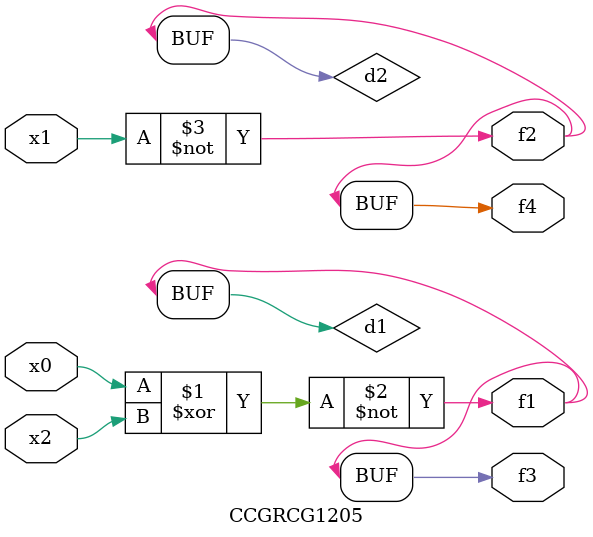
<source format=v>
module CCGRCG1205(
	input x0, x1, x2,
	output f1, f2, f3, f4
);

	wire d1, d2, d3;

	xnor (d1, x0, x2);
	nand (d2, x1);
	nor (d3, x1, x2);
	assign f1 = d1;
	assign f2 = d2;
	assign f3 = d1;
	assign f4 = d2;
endmodule

</source>
